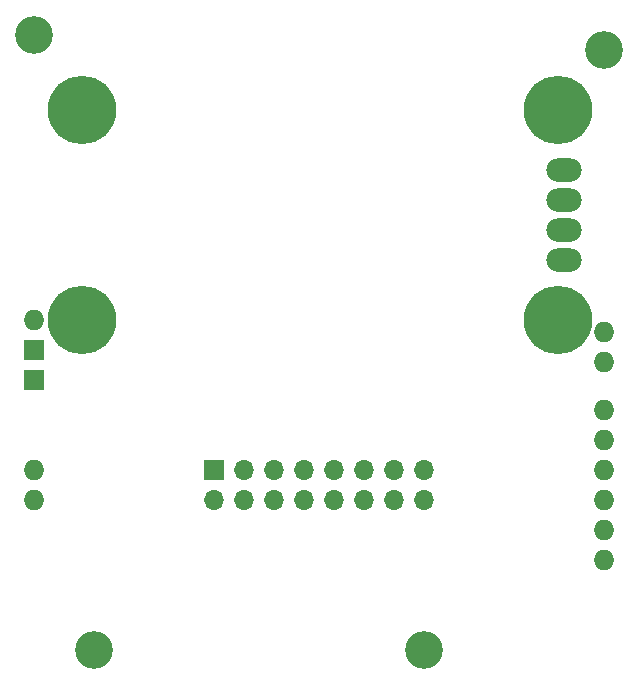
<source format=gbr>
%TF.GenerationSoftware,KiCad,Pcbnew,(6.0.11)*%
%TF.CreationDate,2024-01-05T14:55:53+00:00*%
%TF.ProjectId,EcoIDTester,45636f49-4454-4657-9374-65722e6b6963,rev?*%
%TF.SameCoordinates,Original*%
%TF.FileFunction,Soldermask,Top*%
%TF.FilePolarity,Negative*%
%FSLAX46Y46*%
G04 Gerber Fmt 4.6, Leading zero omitted, Abs format (unit mm)*
G04 Created by KiCad (PCBNEW (6.0.11)) date 2024-01-05 14:55:53*
%MOMM*%
%LPD*%
G01*
G04 APERTURE LIST*
%ADD10R,1.700000X1.700000*%
%ADD11O,1.700000X1.700000*%
%ADD12C,5.800000*%
%ADD13O,3.000000X2.000000*%
%ADD14C,3.200000*%
%ADD15O,1.727200X1.727200*%
%ADD16R,1.727200X1.727200*%
G04 APERTURE END LIST*
D10*
%TO.C,J1*%
X190700000Y-85490000D03*
D11*
X190700000Y-88030000D03*
X193240000Y-85490000D03*
X193240000Y-88030000D03*
X195780000Y-85490000D03*
X195780000Y-88030000D03*
X198320000Y-85490000D03*
X198320000Y-88030000D03*
X200860000Y-85490000D03*
X200860000Y-88030000D03*
X203400000Y-85490000D03*
X203400000Y-88030000D03*
X205940000Y-85490000D03*
X205940000Y-88030000D03*
X208480000Y-85490000D03*
X208480000Y-88030000D03*
%TD*%
D12*
%TO.C,J2*%
X219830000Y-55020000D03*
X179480000Y-72780000D03*
X219830000Y-72780000D03*
X179480000Y-55020000D03*
D13*
X220350000Y-60090000D03*
X220350000Y-62630000D03*
X220350000Y-65170000D03*
X220350000Y-67710000D03*
%TD*%
D14*
%TO.C,A1*%
X180530000Y-100720000D03*
X175450000Y-48650000D03*
X223710000Y-49920000D03*
X208470000Y-100720000D03*
D15*
X175450000Y-72780000D03*
X175450000Y-85480000D03*
X175450000Y-88020000D03*
X223710000Y-93100000D03*
X223710000Y-90560000D03*
X223710000Y-88020000D03*
X223710000Y-85480000D03*
X223710000Y-82940000D03*
X223710000Y-80400000D03*
X223710000Y-76336000D03*
X223710000Y-73796000D03*
D16*
X175450000Y-75320000D03*
X175450000Y-77860000D03*
%TD*%
M02*

</source>
